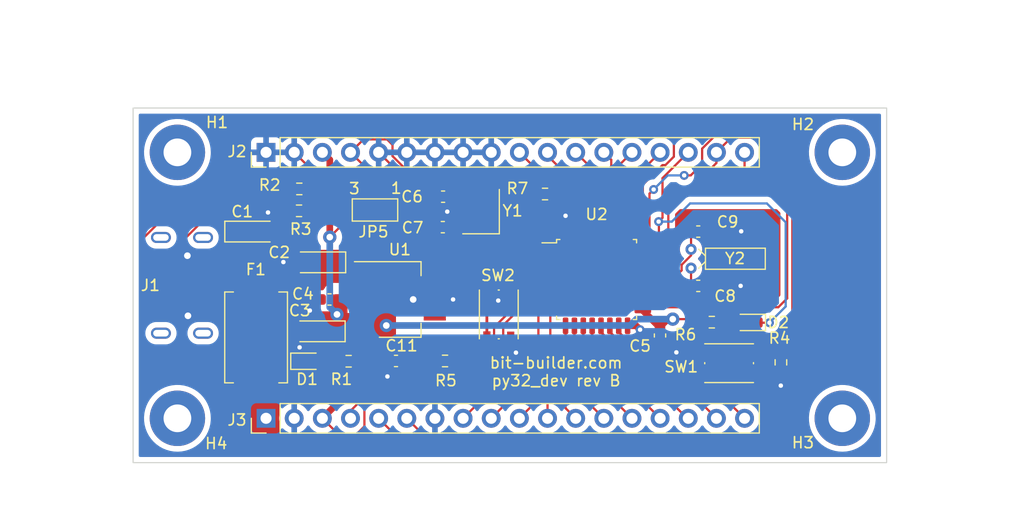
<source format=kicad_pcb>
(kicad_pcb (version 20211014) (generator pcbnew)
  (title_block (title "py32_dev") (rev "B") (company "bit-builder.com"))
  (layers (0 "F.Cu" signal) (31 "B.Cu" signal) (34 "B.Paste" user) (35 "F.Paste" user) (36 "B.SilkS" user "B.Silkscreen") (37 "F.SilkS" user "F.Silkscreen") (38 "B.Mask" user) (39 "F.Mask" user) (44 "Edge.Cuts" user))
  (net 0 "")
  (net 1 "+3.3V")
  (net 2 "GND")
  (net 3 "OSCIN")
  (net 4 "OSCOUT")
  (net 5 "OSC32IN")
  (net 6 "OSC32OUT")
  (net 7 "MCU_RST")
  (net 8 "BOOT0_PRE")
  (net 9 "Net-(D1-Pad2)")
  (net 10 "Net-(J1-PadB5)")
  (net 11 "Net-(J1-PadA5)")
  (net 12 "Net-(D2-Pad2)")
  (net 13 "BOOT0")
  (net 14 "SWDIO")
  (net 15 "SWCLK")
  (net 16 "/VBUS")
  (net 18 "PB7")
  (net 19 "PB6")
  (net 20 "PB5")
  (net 21 "PB4")
  (net 22 "PB3")
  (net 23 "PA15")
  (net 24 "PA8")
  (net 25 "PF3")
  (net 26 "PA0")
  (net 27 "PA1")
  (net 28 "PA2")
  (net 29 "PA3")
  (net 30 "PA4")
  (net 31 "PA5")
  (net 32 "PA6")
  (net 33 "PA7")
  (net 34 "PB0")
  (net 35 "PB1")
  (net 36 "VDD")
  (net 37 "PA12")
  (net 38 "PA11")
  (footprint "Button_Switch_SMD:SW_Push_1P1T_NO_Vertical_Wuerth_434133025816" (layer "F.Cu") (at 175.785 116.025)
    (fp_text reference "SW1" (at -4.325 0.325) (layer "F.SilkS"))
    (fp_text value "Usr")
    (pad "1" smd rect (at 2.075 -1.075) (size 1.05 0.65) (layers "F.Cu" "F.Paste" "F.Mask") (net 38 "PA11"))
    (pad "1" smd rect (at -2.075 -1.075) (size 1.05 0.65) (layers "F.Cu" "F.Paste" "F.Mask") (net 38 "PA11"))
    (pad "2" smd rect (at -2.075 1.075) (size 1.05 0.65) (layers "F.Cu" "F.Paste" "F.Mask") (net 1 "+3.3V"))
    (pad "2" smd rect (at 2.05 1.075) (size 1.05 0.65) (layers "F.Cu" "F.Paste" "F.Mask") (net 1 "+3.3V"))
  )
  (footprint "MountingHole:MountingHole_2.5mm_Pad" (layer "F.Cu") (at 186 97)
    (fp_text reference "H2" (at -3.55 -2.525) (layer "F.SilkS"))
    (fp_text value "MountingHole")
    (pad "1" thru_hole circle (at 0 0) (size 5 5) (drill 2.5) (layers *.Cu *.Mask))
  )
  (footprint "Resistor_SMD:R_0603_1608Metric" (layer "F.Cu") (at 180.46 115.95 90)
    (fp_text reference "R4" (at 2.19 -0.13 180) (layer "F.SilkS"))
    (fp_text value "1.5K")
    (pad "1" smd roundrect (at -0.825 0 90) (size 0.8 0.95) (layers "F.Cu" "F.Paste" "F.Mask") (net 2 "GND"))
    (pad "2" smd roundrect (at 0.825 0 90) (size 0.8 0.95) (layers "F.Cu" "F.Paste" "F.Mask") (net 38 "PA11"))
  )
  (footprint "Resistor_SMD:R_0603_1608Metric" (layer "F.Cu") (at 159.175 100.76)
    (fp_text reference "R7" (at -2.495 -0.5 180) (layer "F.SilkS"))
    (fp_text value "10K")
    (pad "1" smd roundrect (at -0.825 0) (size 0.8 0.95) (layers "F.Cu" "F.Paste" "F.Mask") (net 8 "BOOT0_PRE"))
    (pad "2" smd roundrect (at 0.825 0) (size 0.8 0.95) (layers "F.Cu" "F.Paste" "F.Mask") (net 13 "BOOT0"))
  )
  (footprint "Button_Switch_SMD:SW_Push_1P1T_NO_Vertical_Wuerth_434133025816" (layer "F.Cu") (at 155 111.625 -90)
    (fp_text reference "SW2" (at -3.525 0.075 -180) (layer "F.SilkS"))
    (fp_text value "Reset")
    (pad "1" smd rect (at -2.075 -1.075 270) (size 1.05 0.65) (layers "F.Cu" "F.Paste" "F.Mask") (net 2 "GND"))
    (pad "1" smd rect (at 2.075 -1.075 270) (size 1.05 0.65) (layers "F.Cu" "F.Paste" "F.Mask") (net 2 "GND"))
    (pad "2" smd rect (at -2.075 1.075 270) (size 1.05 0.65) (layers "F.Cu" "F.Paste" "F.Mask") (net 7 "MCU_RST"))
    (pad "2" smd rect (at 2.05 1.075 270) (size 1.05 0.65) (layers "F.Cu" "F.Paste" "F.Mask") (net 7 "MCU_RST"))
  )
  (footprint "Capacitor_SMD:C_0603_1608Metric" (layer "F.Cu") (at 139.725 110.275 180)
    (fp_text reference "C4" (at 2.4 0.5) (layer "F.SilkS"))
    (fp_text value "0.1uf")
    (pad "1" smd roundrect (at -0.775 0 180) (size 0.9 0.95) (layers "F.Cu" "F.Paste" "F.Mask") (net 1 "+3.3V"))
    (pad "2" smd roundrect (at 0.775 0 180) (size 0.9 0.95) (layers "F.Cu" "F.Paste" "F.Mask") (net 2 "GND"))
  )
  (footprint "Capacitor_Tantalum_SMD:CP_EIA-3216-18_Kemet-A_Pad1.58x1.35mm_HandSolder" (layer "F.Cu") (at 138.7 106.925 180)
    (fp_text reference "C2" (at 3.5125 0.9) (layer "F.SilkS"))
    (fp_text value "0.33uf")
    (pad "1" smd roundrect (at -1.4375 0 180) (size 1.575 1.35) (layers "F.Cu" "F.Paste" "F.Mask") (roundrect_rratio 0.185185) (net 36 "VDD"))
    (pad "2" smd roundrect (at 1.4375 0 180) (size 1.575 1.35) (layers "F.Cu" "F.Paste" "F.Mask") (roundrect_rratio 0.185185) (net 2 "GND"))
  )
  (footprint "Connector_PinHeader_2.54mm:PinHeader_1x18_P2.54mm_Vertical" (layer "F.Cu") (at 134 97 90)
    (fp_text reference "J2" (at 0.075 -2.625 180) (layer "F.SilkS"))
    (fp_text value "Conn_01x18")
    (pad "1" thru_hole rect (at 0 0 90) (size 1.7 1.7) (drill 1) (layers *.Cu *.Mask) (net 2 "GND"))
    (pad "2" thru_hole oval (at 0 2.54 90) (size 1.7 1.7) (drill 1) (layers *.Cu *.Mask) (net 2 "GND"))
    (pad "3" thru_hole oval (at 0 5.08 90) (size 1.7 1.7) (drill 1) (layers *.Cu *.Mask) (net 1 "+3.3V"))
    (pad "4" thru_hole oval (at 0 7.62 90) (size 1.7 1.7) (drill 1) (layers *.Cu *.Mask) (net 8 "BOOT0_PRE"))
    (pad "5" thru_hole oval (at 0 10.16 90) (size 1.7 1.7) (drill 1) (layers *.Cu *.Mask) (net 2 "GND"))
    (pad "6" thru_hole oval (at 0 12.7 90) (size 1.7 1.7) (drill 1) (layers *.Cu *.Mask) (net 2 "GND"))
    (pad "7" thru_hole oval (at 0 15.24 90) (size 1.7 1.7) (drill 1) (layers *.Cu *.Mask) (net 2 "GND"))
    (pad "8" thru_hole oval (at 0 17.78 90) (size 1.7 1.7) (drill 1) (layers *.Cu *.Mask) (net 2 "GND"))
    (pad "9" thru_hole oval (at 0 20.32 90) (size 1.7 1.7) (drill 1) (layers *.Cu *.Mask) (net 2 "GND"))
    (pad "10" thru_hole oval (at 0 22.86 90) (size 1.7 1.7) (drill 1) (layers *.Cu *.Mask) (net 18 "PB7"))
    (pad "11" thru_hole oval (at 0 25.4 90) (size 1.7 1.7) (drill 1) (layers *.Cu *.Mask) (net 19 "PB6"))
    (pad "12" thru_hole oval (at 0 27.94 90) (size 1.7 1.7) (drill 1) (layers *.Cu *.Mask) (net 20 "PB5"))
    (pad "13" thru_hole oval (at 0 30.48 90) (size 1.7 1.7) (drill 1) (layers *.Cu *.Mask) (net 21 "PB4"))
    (pad "14" thru_hole oval (at 0 33.02 90) (size 1.7 1.7) (drill 1) (layers *.Cu *.Mask) (net 22 "PB3"))
    (pad "15" thru_hole oval (at 0 35.56 90) (size 1.7 1.7) (drill 1) (layers *.Cu *.Mask) (net 23 "PA15"))
    (pad "16" thru_hole oval (at 0 38.1 90) (size 1.7 1.7) (drill 1) (layers *.Cu *.Mask) (net 37 "PA12"))
    (pad "17" thru_hole oval (at 0 40.64 90) (size 1.7 1.7) (drill 1) (layers *.Cu *.Mask) (net 38 "PA11"))
    (pad "18" thru_hole oval (at 0 43.18 90) (size 1.7 1.7) (drill 1) (layers *.Cu *.Mask) (net 24 "PA8"))
  )
  (footprint "Crystal:Crystal_SMD_TXC_7M-4Pin_3.2x2.5mm" (layer "F.Cu") (at 153.4 102.35 90)
    (fp_text reference "Y1" (at 0.075 2.85 180) (layer "F.SilkS"))
    (fp_text value "24MHz")
    (pad "1" smd rect (at -1.1 0.85 90) (size 1.4 1.2) (layers "F.Cu" "F.Paste" "F.Mask") (net 4 "OSCOUT"))
    (pad "2" smd rect (at 1.1 0.85 90) (size 1.4 1.2) (layers "F.Cu" "F.Paste" "F.Mask") (net 2 "GND"))
    (pad "3" smd rect (at 1.1 -0.85 90) (size 1.4 1.2) (layers "F.Cu" "F.Paste" "F.Mask") (net 3 "OSCIN"))
    (pad "4" smd rect (at -1.1 -0.85 90) (size 1.4 1.2) (layers "F.Cu" "F.Paste" "F.Mask") (net 2 "GND"))
  )
  (footprint "Capacitor_Tantalum_SMD:CP_EIA-3216-18_Kemet-A_Pad1.58x1.35mm_HandSolder" (layer "F.Cu") (at 132.7625 104.15)
    (fp_text reference "C1" (at -0.9125 -1.8) (layer "F.SilkS"))
    (fp_text value "0.1uf")
    (pad "1" smd roundrect (at -1.4375 0) (size 1.575 1.35) (layers "F.Cu" "F.Paste" "F.Mask") (roundrect_rratio 0.185185) (net 16 "/VBUS"))
    (pad "2" smd roundrect (at 1.4375 0) (size 1.575 1.35) (layers "F.Cu" "F.Paste" "F.Mask") (roundrect_rratio 0.185185) (net 2 "GND"))
  )
  (footprint "Fuse:Fuse_Bourns_MF-SM_7.98x5.44mm" (layer "F.Cu") (at 133.1 113.7 -90)
    (fp_text reference "F1" (at -6.125 0.025 180) (layer "F.SilkS"))
    (fp_text value "Polyfuse")
    (pad "1" smd rect (at -3.7 0 270) (size 2.3 3.1) (layers "F.Cu" "F.Paste" "F.Mask") (net 16 "/VBUS"))
    (pad "2" smd rect (at 3.7 0 270) (size 2.3 3.1) (layers "F.Cu" "F.Paste" "F.Mask") (net 36 "VDD"))
  )
  (footprint "Resistor_SMD:R_0603_1608Metric" (layer "F.Cu") (at 141.45 115.85 180)
    (fp_text reference "R1" (at 0.65 -1.625) (layer "F.SilkS"))
    (fp_text value "470")
    (pad "1" smd roundrect (at -0.825 0 180) (size 0.8 0.95) (layers "F.Cu" "F.Paste" "F.Mask") (net 1 "+3.3V"))
    (pad "2" smd roundrect (at 0.825 0 180) (size 0.8 0.95) (layers "F.Cu" "F.Paste" "F.Mask") (net 9 "Net-(D1-Pad2)"))
  )
  (footprint "Jumper:SolderJumper-3_P1.3mm_Open_Pad1.0x1.5mm_NumberLabels" (layer "F.Cu") (at 143.83 102.2 180)
    (fp_text reference "JP5" (at 0.14 -1.97 180) (layer "F.SilkS"))
    (fp_text value "Boot")
    (fp_text user "3" (at 1.86 1.93 180) (layer "F.SilkS"))
    (fp_text user "1" (at -1.92 1.97 180) (layer "F.SilkS"))
    (pad "1" smd rect (at -1.3 0 180) (size 1 1.5) (layers "F.Cu" "F.Mask") (net 2 "GND"))
    (pad "2" smd rect (at 0 0 180) (size 1 1.5) (layers "F.Cu" "F.Mask") (net 8 "BOOT0_PRE"))
    (pad "3" smd rect (at 1.3 0 180) (size 1 1.5) (layers "F.Cu" "F.Mask") (net 1 "+3.3V"))
  )
  (footprint "Capacitor_SMD:C_0603_1608Metric" (layer "F.Cu") (at 145.725 115.825 180)
    (fp_text reference "C11" (at -0.5 1.375) (layer "F.SilkS"))
    (fp_text value "0.1uf")
    (pad "1" smd roundrect (at -0.775 0 180) (size 0.9 0.95) (layers "F.Cu" "F.Paste" "F.Mask") (net 7 "MCU_RST"))
    (pad "2" smd roundrect (at 0.775 0 180) (size 0.9 0.95) (layers "F.Cu" "F.Paste" "F.Mask") (net 2 "GND"))
  )
  (footprint "Crystal:Crystal_DS15_D1.5mm_L5.0mm_Horizontal" (layer "F.Cu") (at 172.35 107.45 90)
    (fp_text reference "Y2" (at 0.875 3.975) (layer "F.SilkS"))
    (fp_text value "32.768KHz")
    (pad "1" thru_hole circle (at 0 0 90) (size 1 1) (drill 0.5) (layers *.Cu *.Mask) (net 6 "OSC32OUT"))
    (pad "2" thru_hole circle (at 1.7 0 90) (size 1 1) (drill 0.5) (layers *.Cu *.Mask) (net 5 "OSC32IN"))
  )
  (footprint "Package_QFP:LQFP-32_7x7mm_P0.8mm" (layer "F.Cu") (at 163.825 108.475)
    (fp_text reference "U2" (at 0 -5.88) (layer "F.SilkS"))
    (fp_text value "PY32F030K1xT")
    (pad "1" smd roundrect (at -4.175 -2.8) (size 1.5 0.5) (layers "F.Cu" "F.Paste" "F.Mask"))
    (pad "2" smd roundrect (at -4.175 -2) (size 1.5 0.5) (layers "F.Cu" "F.Paste" "F.Mask") (net 3 "OSCIN"))
    (pad "3" smd roundrect (at -4.175 -1.2) (size 1.5 0.5) (layers "F.Cu" "F.Paste" "F.Mask") (net 4 "OSCOUT"))
    (pad "4" smd roundrect (at -4.175 -0.4) (size 1.5 0.5) (layers "F.Cu" "F.Paste" "F.Mask") (net 7 "MCU_RST"))
    (pad "5" smd roundrect (at -4.175 0.4) (size 1.5 0.5) (layers "F.Cu" "F.Paste" "F.Mask") (net 25 "PF3"))
    (pad "6" smd roundrect (at -4.175 1.2) (size 1.5 0.5) (layers "F.Cu" "F.Paste" "F.Mask") (net 26 "PA0"))
    (pad "7" smd roundrect (at -4.175 2) (size 1.5 0.5) (layers "F.Cu" "F.Paste" "F.Mask") (net 27 "PA1"))
    (pad "8" smd roundrect (at -4.175 2.8) (size 1.5 0.5) (layers "F.Cu" "F.Paste" "F.Mask") (net 28 "PA2"))
    (pad "9" smd roundrect (at -2.8 4.175) (size 0.5 1.5) (layers "F.Cu" "F.Paste" "F.Mask") (net 29 "PA3"))
    (pad "10" smd roundrect (at -2 4.175) (size 0.5 1.5) (layers "F.Cu" "F.Paste" "F.Mask") (net 30 "PA4"))
    (pad "11" smd roundrect (at -1.2 4.175) (size 0.5 1.5) (layers "F.Cu" "F.Paste" "F.Mask") (net 31 "PA5"))
    (pad "12" smd roundrect (at -0.4 4.175) (size 0.5 1.5) (layers "F.Cu" "F.Paste" "F.Mask") (net 32 "PA6"))
    (pad "13" smd roundrect (at 0.4 4.175) (size 0.5 1.5) (layers "F.Cu" "F.Paste" "F.Mask") (net 33 "PA7"))
    (pad "14" smd roundrect (at 1.2 4.175) (size 0.5 1.5) (layers "F.Cu" "F.Paste" "F.Mask") (net 34 "PB0"))
    (pad "15" smd roundrect (at 2 4.175) (size 0.5 1.5) (layers "F.Cu" "F.Paste" "F.Mask") (net 35 "PB1"))
    (pad "16" smd roundrect (at 2.8 4.175) (size 0.5 1.5) (layers "F.Cu" "F.Paste" "F.Mask") (net 2 "GND"))
    (pad "17" smd roundrect (at 4.175 2.8) (size 1.5 0.5) (layers "F.Cu" "F.Paste" "F.Mask") (net 1 "+3.3V"))
    (pad "18" smd roundrect (at 4.175 2) (size 1.5 0.5) (layers "F.Cu" "F.Paste" "F.Mask") (net 24 "PA8"))
    (pad "19" smd roundrect (at 4.175 1.2) (size 1.5 0.5) (layers "F.Cu" "F.Paste" "F.Mask") (net 6 "OSC32OUT"))
    (pad "20" smd roundrect (at 4.175 0.4) (size 1.5 0.5) (layers "F.Cu" "F.Paste" "F.Mask") (net 5 "OSC32IN"))
    (pad "21" smd roundrect (at 4.175 -0.4) (size 1.5 0.5) (layers "F.Cu" "F.Paste" "F.Mask") (net 38 "PA11"))
    (pad "22" smd roundrect (at 4.175 -1.2) (size 1.5 0.5) (layers "F.Cu" "F.Paste" "F.Mask") (net 37 "PA12"))
    (pad "23" smd roundrect (at 4.175 -2) (size 1.5 0.5) (layers "F.Cu" "F.Paste" "F.Mask") (net 14 "SWDIO"))
    (pad "24" smd roundrect (at 4.175 -2.8) (size 1.5 0.5) (layers "F.Cu" "F.Paste" "F.Mask") (net 15 "SWCLK"))
    (pad "25" smd roundrect (at 2.8 -4.175) (size 0.5 1.5) (layers "F.Cu" "F.Paste" "F.Mask") (net 23 "PA15"))
    (pad "26" smd roundrect (at 2 -4.175) (size 0.5 1.5) (layers "F.Cu" "F.Paste" "F.Mask") (net 22 "PB3"))
    (pad "27" smd roundrect (at 1.2 -4.175) (size 0.5 1.5) (layers "F.Cu" "F.Paste" "F.Mask") (net 21 "PB4"))
    (pad "28" smd roundrect (at 0.4 -4.175) (size 0.5 1.5) (layers "F.Cu" "F.Paste" "F.Mask") (net 20 "PB5"))
    (pad "29" smd roundrect (at -0.4 -4.175) (size 0.5 1.5) (layers "F.Cu" "F.Paste" "F.Mask") (net 19 "PB6"))
    (pad "30" smd roundrect (at -1.2 -4.175) (size 0.5 1.5) (layers "F.Cu" "F.Paste" "F.Mask") (net 18 "PB7"))
    (pad "31" smd roundrect (at -2 -4.175) (size 0.5 1.5) (layers "F.Cu" "F.Paste" "F.Mask") (net 13 "BOOT0"))
    (pad "32" smd roundrect (at -2.8 -4.175) (size 0.5 1.5) (layers "F.Cu" "F.Paste" "F.Mask") (net 2 "GND"))
  )
  (footprint "Capacitor_Tantalum_SMD:CP_EIA-3216-18_Kemet-A_Pad1.58x1.35mm_HandSolder" (layer "F.Cu") (at 138.65 113.15 180)
    (fp_text reference "C3" (at 1.61 1.87) (layer "F.SilkS"))
    (fp_text value "10uf")
    (pad "1" smd roundrect (at -1.4375 0 180) (size 1.575 1.35) (layers "F.Cu" "F.Paste" "F.Mask") (roundrect_rratio 0.185185) (net 1 "+3.3V"))
    (pad "2" smd roundrect (at 1.4375 0 180) (size 1.575 1.35) (layers "F.Cu" "F.Paste" "F.Mask") (roundrect_rratio 0.185185) (net 2 "GND"))
  )
  (footprint "Diode_SMD:D_0603_1608Metric" (layer "F.Cu") (at 177.5875 112.35 180)
    (fp_text reference "D2" (at -2.6375 0) (layer "F.SilkS"))
    (fp_text value "GREEN")
    (pad "1" smd roundrect (at -0.7875 0 180) (size 0.875 0.95) (layers "F.Cu" "F.Paste" "F.Mask") (net 37 "PA12"))
    (pad "2" smd roundrect (at 0.7875 0 180) (size 0.875 0.95) (layers "F.Cu" "F.Paste" "F.Mask") (net 12 "Net-(D2-Pad2)"))
  )
  (footprint "Custom:SHOUHAN TYPE-C 6P" (layer "F.Cu") (at 128.475 109 180)
    (fp_text reference "J1" (at 4.915 0 unlocked) (layer "F.SilkS"))
    (fp_text value "Board Pwr")
    (pad "A5" smd rect (at 0.11 0.5 180) (size 1 0.7) (layers "F.Cu" "F.Paste" "F.Mask") (net 11 "Net-(J1-PadA5)"))
    (pad "A9" smd rect (at 0.11 -1.5 180) (size 1 0.7) (layers "F.Cu" "F.Paste" "F.Mask") (net 16 "/VBUS"))
    (pad "A12" smd rect (at 0.11 -2.7 180) (size 1 0.8) (layers "F.Cu" "F.Paste" "F.Mask") (net 2 "GND"))
    (pad "B5" smd rect (at 0.11 -0.5 180) (size 1 0.7) (layers "F.Cu" "F.Paste" "F.Mask") (net 10 "Net-(J1-PadB5)"))
    (pad "B9" smd rect (at 0.11 1.5 180) (size 1 0.7) (layers "F.Cu" "F.Paste" "F.Mask") (net 16 "/VBUS"))
    (pad "B12" smd rect (at 0.11 2.7 180) (size 1 0.8) (layers "F.Cu" "F.Paste" "F.Mask") (net 2 "GND"))
    (pad "S1" thru_hole oval (at 0.16 4.32 180) (size 1.8 1) (drill oval 1.4 0.6) (layers *.Cu *.Mask))
    (pad "S1" thru_hole oval (at 3.96 4.32 180) (size 1.8 1) (drill oval 1.4 0.6) (layers *.Cu *.Mask))
    (pad "S1" thru_hole oval (at 0.16 -4.32 180) (size 1.8 1) (drill oval 1.4 0.6) (layers *.Cu *.Mask))
    (pad "S1" thru_hole oval (at 3.96 -4.32 180) (size 1.8 1) (drill oval 1.4 0.6) (layers *.Cu *.Mask))
  )
  (footprint "MountingHole:MountingHole_2.5mm_Pad" (layer "F.Cu") (at 186 121)
    (fp_text reference "H3" (at -3.55 2.2) (layer "F.SilkS"))
    (fp_text value "MountingHole")
    (pad "1" thru_hole circle (at 0 0) (size 5 5) (drill 2.5) (layers *.Cu *.Mask))
  )
  (footprint "Capacitor_SMD:C_0603_1608Metric" (layer "F.Cu") (at 173 104.15 180)
    (fp_text reference "C9" (at -2.65 0.875) (layer "F.SilkS"))
    (fp_text value "12.5pf")
    (pad "1" smd roundrect (at -0.775 0 180) (size 0.9 0.95) (layers "F.Cu" "F.Paste" "F.Mask") (net 2 "GND"))
    (pad "2" smd roundrect (at 0.775 0 180) (size 0.9 0.95) (layers "F.Cu" "F.Paste" "F.Mask") (net 5 "OSC32IN"))
  )
  (footprint "Resistor_SMD:R_0603_1608Metric" (layer "F.Cu") (at 174.225 112.325)
    (fp_text reference "R6" (at -2.375 1.125) (layer "F.SilkS"))
    (fp_text value "680")
    (pad "1" smd roundrect (at -0.825 0) (size 0.8 0.95) (layers "F.Cu" "F.Paste" "F.Mask") (net 1 "+3.3V"))
    (pad "2" smd roundrect (at 0.825 0) (size 0.8 0.95) (layers "F.Cu" "F.Paste" "F.Mask") (net 12 "Net-(D2-Pad2)"))
  )
  (footprint "Resistor_SMD:R_0603_1608Metric" (layer "F.Cu") (at 150.15 115.825 180)
    (fp_text reference "R5" (at -0.075 -1.775) (layer "F.SilkS"))
    (fp_text value "10K")
    (pad "1" smd roundrect (at -0.825 0 180) (size 0.8 0.95) (layers "F.Cu" "F.Paste" "F.Mask") (net 1 "+3.3V"))
    (pad "2" smd roundrect (at 0.825 0 180) (size 0.8 0.95) (layers "F.Cu" "F.Paste" "F.Mask") (net 7 "MCU_RST"))
  )
  (footprint "Capacitor_SMD:C_0603_1608Metric" (layer "F.Cu") (at 149.975 101 180)
    (fp_text reference "C6" (at 2.8 0) (layer "F.SilkS"))
    (fp_text value "22pf")
    (pad "1" smd roundrect (at -0.775 0 180) (size 0.9 0.95) (layers "F.Cu" "F.Paste" "F.Mask") (net 3 "OSCIN"))
    (pad "2" smd roundrect (at 0.775 0 180) (size 0.9 0.95) (layers "F.Cu" "F.Paste" "F.Mask") (net 2 "GND"))
  )
  (footprint "Connector_PinHeader_2.54mm:PinHeader_1x18_P2.54mm_Vertical" (layer "F.Cu") (at 134 121 90)
    (fp_text reference "J3" (at -0.15 -2.625 180) (layer "F.SilkS"))
    (fp_text value "Conn_01x18")
    (pad "1" thru_hole rect (at 0 0 90) (size 1.7 1.7) (drill 1) (layers *.Cu *.Mask) (net 36 "VDD"))
    (pad "2" thru_hole oval (at 0 2.54 90) (size 1.7 1.7) (drill 1) (layers *.Cu *.Mask) (net 2 "GND"))
    (pad "3" thru_hole oval (at 0 5.08 90) (size 1.7 1.7) (drill 1) (layers *.Cu *.Mask) (net 1 "+3.3V"))
    (pad "4" thru_hole oval (at 0 7.62 90) (size 1.7 1.7) (drill 1) (layers *.Cu *.Mask) (net 7 "MCU_RST"))
    (pad "5" thru_hole oval (at 0 10.16 90) (size 1.7 1.7) (drill 1) (layers *.Cu *.Mask) (net 15 "SWCLK"))
    (pad "6" thru_hole oval (at 0 12.7 90) (size 1.7 1.7) (drill 1) (layers *.Cu *.Mask) (net 14 "SWDIO"))
    (pad "7" thru_hole oval (at 0 15.24 90) (size 1.7 1.7) (drill 1) (layers *.Cu *.Mask) (net 2 "GND"))
    (pad "8" thru_hole oval (at 0 17.78 90) (size 1.7 1.7) (drill 1) (layers *.Cu *.Mask) (net 25 "PF3"))
    (pad "9" thru_hole oval (at 0 20.32 90) (size 1.7 1.7) (drill 1) (layers *.Cu *.Mask) (net 26 "PA0"))
    (pad "10" thru_hole oval (at 0 22.86 90) (size 1.7 1.7) (drill 1) (layers *.Cu *.Mask) (net 27 "PA1"))
    (pad "11" thru_hole oval (at 0 25.4 90) (size 1.7 1.7) (drill 1) (layers *.Cu *.Mask) (net 28 "PA2"))
    (pad "12" thru_hole oval (at 0 27.94 90) (size 1.7 1.7) (drill 1) (layers *.Cu *.Mask) (net 29 "PA3"))
    (pad "13" thru_hole oval (at 0 30.48 90) (size 1.7 1.7) (drill 1) (layers *.Cu *.Mask) (net 30 "PA4"))
    (pad "14" thru_hole oval (at 0 33.02 90) (size 1.7 1.7) (drill 1) (layers *.Cu *.Mask) (net 31 "PA5"))
    (pad "15" thru_hole oval (at 0 35.56 90) (size 1.7 1.7) (drill 1) (layers *.Cu *.Mask) (net 32 "PA6"))
    (pad "16" thru_hole oval (at 0 38.1 90) (size 1.7 1.7) (drill 1) (layers *.Cu *.Mask) (net 33 "PA7"))
    (pad "17" thru_hole oval (at 0 40.64 90) (size 1.7 1.7) (drill 1) (layers *.Cu *.Mask) (net 34 "PB0"))
    (pad "18" thru_hole oval (at 0 43.18 90) (size 1.7 1.7) (drill 1) (layers *.Cu *.Mask) (net 35 "PB1"))
  )
  (footprint "Resistor_SMD:R_0603_1608Metric" (layer "F.Cu") (at 136.975 102.275)
    (fp_text reference "R3" (at 0.15 1.65) (layer "F.SilkS"))
    (fp_text value "5.1K")
    (pad "1" smd roundrect (at -0.825 0) (size 0.8 0.95) (layers "F.Cu" "F.Paste" "F.Mask") (net 11 "Net-(J1-PadA5)"))
    (pad "2" smd roundrect (at 0.825 0) (size 0.8 0.95) (layers "F.Cu" "F.Paste" "F.Mask") (net 2 "GND"))
  )
  (footprint "Package_TO_SOT_SMD:SOT-223-3_TabPin2" (layer "F.Cu") (at 146.075 110.275)
    (fp_text reference "U1" (at 0 -4.5) (layer "F.SilkS"))
    (fp_text value "uA7805")
    (pad "1" smd rect (at -3.15 -2.3) (size 2 1.5) (layers "F.Cu" "F.Paste" "F.Mask") (net 36 "VDD"))
    (pad "2" smd rect (at 3.15 0) (size 2 3.8) (layers "F.Cu" "F.Paste" "F.Mask") (net 2 "GND"))
    (pad "2" smd rect (at -3.15 0) (size 2 1.5) (layers "F.Cu" "F.Paste" "F.Mask") (net 2 "GND"))
    (pad "3" smd rect (at -3.15 2.3) (size 2 1.5) (layers "F.Cu" "F.Paste" "F.Mask") (net 1 "+3.3V"))
  )
  (footprint "MountingHole:MountingHole_2.5mm_Pad" (layer "F.Cu") (at 126 97)
    (fp_text reference "H1" (at 3.575 -2.7) (layer "F.SilkS"))
    (fp_text value "MountingHole")
    (pad "1" thru_hole circle (at 0 0) (size 5 5) (drill 2.5) (layers *.Cu *.Mask))
  )
  (footprint "Capacitor_SMD:C_0603_1608Metric" (layer "F.Cu") (at 149.95 103.75)
    (fp_text reference "C7" (at -2.725 0.05) (layer "F.SilkS"))
    (fp_text value "22pf")
    (pad "1" smd roundrect (at -0.775 0) (size 0.9 0.95) (layers "F.Cu" "F.Paste" "F.Mask") (net 2 "GND"))
    (pad "2" smd roundrect (at 0.775 0) (size 0.9 0.95) (layers "F.Cu" "F.Paste" "F.Mask") (net 4 "OSCOUT"))
  )
  (footprint "Capacitor_SMD:C_0603_1608Metric" (layer "F.Cu") (at 169.55 113.525 -90)
    (fp_text reference "C5" (at 0.95 1.8) (layer "F.SilkS"))
    (fp_text value "0.1uf")
    (pad "1" smd roundrect (at -0.775 0 270) (size 0.9 0.95) (layers "F.Cu" "F.Paste" "F.Mask") (net 1 "+3.3V"))
    (pad "2" smd roundrect (at 0.775 0 270) (size 0.9 0.95) (layers "F.Cu" "F.Paste" "F.Mask") (net 2 "GND"))
  )
  (footprint "Diode_SMD:D_0603_1608Metric" (layer "F.Cu") (at 137.7125 115.85)
    (fp_text reference "D1" (at -0.0125 1.625) (layer "F.SilkS"))
    (fp_text value "RED")
    (pad "1" smd roundrect (at -0.7875 0) (size 0.875 0.95) (layers "F.Cu" "F.Paste" "F.Mask") (net 2 "GND"))
    (pad "2" smd roundrect (at 0.7875 0) (size 0.875 0.95) (layers "F.Cu" "F.Paste" "F.Mask") (net 9 "Net-(D1-Pad2)"))
  )
  (footprint "Resistor_SMD:R_0603_1608Metric" (layer "F.Cu") (at 137 100.3)
    (fp_text reference "R2" (at -2.675 -0.35) (layer "F.SilkS"))
    (fp_text value "5.1K")
    (pad "1" smd roundrect (at -0.825 0) (size 0.8 0.95) (layers "F.Cu" "F.Paste" "F.Mask") (net 10 "Net-(J1-PadB5)"))
    (pad "2" smd roundrect (at 0.825 0) (size 0.8 0.95) (layers "F.Cu" "F.Paste" "F.Mask") (net 2 "GND"))
  )
  (footprint "MountingHole:MountingHole_2.5mm_Pad" (layer "F.Cu") (at 126 121)
    (fp_text reference "H4" (at 3.5 2.275) (layer "F.SilkS"))
    (fp_text value "MountingHole")
    (pad "1" thru_hole circle (at 0 0) (size 5 5) (drill 2.5) (layers *.Cu *.Mask))
  )
  (footprint "Capacitor_SMD:C_0603_1608Metric" (layer "F.Cu") (at 173 109.05)
    (fp_text reference "C8" (at 2.425 0.925) (layer "F.SilkS"))
    (fp_text value "12.5pf")
    (pad "1" smd roundrect (at -0.775 0) (size 0.9 0.95) (layers "F.Cu" "F.Paste" "F.Mask") (net 6 "OSC32OUT"))
    (pad "2" smd roundrect (at 0.775 0) (size 0.9 0.95) (layers "F.Cu" "F.Paste" "F.Mask") (net 2 "GND"))
  )
  (gr_rect (start 122 93) (end 190 125) (layer "Edge.Cuts") (width 0.1) (fill none))
  (gr_text "bit-builder.com\npy32_dev rev B" (at 160.175 116.8) (layer "F.SilkS") (effects (font (size 1 1))))
  (segment (start 173.71 116.33) (end 173.64 116.33) (width 0.2) (layer "F.Cu") (net 1))
  (segment (start 148.825 118.825) (end 150.975 116.675) (width 0.2) (layer "F.Cu") (net 1))
  (segment (start 139.75 104.65) (end 142.2 102.2) (width 0.2) (layer "F.Cu") (net 1))
  (segment (start 144.2 118.825) (end 148.825 118.825) (width 0.2) (layer "F.Cu") (net 1))
  (segment (start 142.875 121.725) (end 142.875 120.15) (width 0.2) (layer "F.Cu") (net 1))
  (segment (start 173.64 116.33) (end 172.33 115.02) (width 0.2) (layer "F.Cu") (net 1))
  (segment (start 169.475 112.75) (end 168 111.275) (width 0.6) (layer "F.Cu") (net 1))
  (segment (start 169.55 112.75) (end 169.475 112.75) (width 0.6) (layer "F.Cu") (net 1))
  (segment (start 142.875 120.15) (end 144.2 118.825) (width 0.2) (layer "F.Cu") (net 1))
  (segment (start 142.275 115.85) (end 142.275 117.805) (width 0.6) (layer "F.Cu") (net 1))
  (segment (start 142.275 117.805) (end 139.08 121) (width 0.6) (layer "F.Cu") (net 1))
  (segment (start 173.71 117.1) (end 173.71 116.33) (width 0.2) (layer "F.Cu") (net 1))
  (segment (start 142.15 122.45) (end 142.875 121.725) (width 0.2) (layer "F.Cu") (net 1))
  (segment (start 170.2505 112.0495) (end 169.55 112.75) (width 0.6) (layer "F.Cu") (net 1))
  (segment (start 150.975 116.675) (end 150.975 115.825) (width 0.2) (layer "F.Cu") (net 1))
  (segment (start 170.7 112.0495) (end 173.1245 112.0495) (width 0.2) (layer "F.Cu") (net 1))
  (segment (start 172.33 115.02) (end 172.33 113.395) (width 0.2) (layer "F.Cu") (net 1))
  (segment (start 142.2 102.2) (end 142.53 102.2) (width 0.2) (layer "F.Cu") (net 1))
  (segment (start 140.0875 113.15) (end 140.0875 113.1125) (width 0.6) (layer "F.Cu") (net 1))
  (segment (start 172.33 113.395) (end 173.4 112.325) (width 0.2) (layer "F.Cu") (net 1))
  (segment (start 170.7 112.0495) (end 170.2505 112.0495) (width 0.6) (layer "F.Cu") (net 1))
  (segment (start 140.53 122.45) (end 142.15 122.45) (width 0.2) (layer "F.Cu") (net 1))
  (segment (start 139.75 97.67) (end 139.08 97) (width 0.6) (layer "F.Cu") (net 1))
  (segment (start 139.08 121) (end 140.53 122.45) (width 0.2) (layer "F.Cu") (net 1))
  (segment (start 173.71 117.1) (end 177.835 117.1) (width 0.2) (layer "F.Cu") (net 1))
  (segment (start 173.1245 112.0495) (end 173.4 112.325) (width 0.2) (layer "F.Cu") (net 1))
  (segment (start 139.75 104.65) (end 139.75 97.67) (width 0.6) (layer "F.Cu") (net 1))
  (via (at 144.85 112.625) (size 1.2) (drill 0.6) (layers "F.Cu" "B.Cu") (net 1))
  (via (at 170.7 112.0495) (size 1.2) (drill 0.6) (layers "F.Cu" "B.Cu") (net 1))
  (via (at 140.4 111.625) (size 1.2) (drill 0.6) (layers "F.Cu" "B.Cu") (net 1))
  (via (at 139.75 104.65) (size 1.2) (drill 0.6) (layers "F.Cu" "B.Cu") (net 1))
  (segment (start 166.852207 112.625) (end 167.427707 112.0495) (width 0.6) (layer "B.Cu") (net 1))
  (segment (start 167.427707 112.0495) (end 170.7 112.0495) (width 0.6) (layer "B.Cu") (net 1))
  (segment (start 144.85 112.625) (end 166.852207 112.625) (width 0.6) (layer "B.Cu") (net 1))
  (segment (start 139.75 104.65) (end 139.75 110.975) (width 0.6) (layer "B.Cu") (net 1))
  (segment (start 139.75 110.975) (end 140.4 111.625) (width 0.6) (layer "B.Cu") (net 1))
  (segment (start 144.95 115.825) (end 144.95 117.225) (width 0.2) (layer "F.Cu") (net 2))
  (segment (start 173.775 104.15) (end 176.85 104.15) (width 0.2) (layer "F.Cu") (net 2))
  (segment (start 180.46 116.775) (end 180.46 118.04) (width 0.2) (layer "F.Cu") (net 2))
  (segment (start 166.625 112.65) (end 167.4 112.65) (width 0.6) (layer "F.Cu") (net 2))
  (segment (start 171.025 115.05) (end 170.3 115.05) (width 0.6) (layer "F.Cu") (net 2))
  (segment (start 156.075 113.7) (end 156.075 114.6) (width 0.25) (layer "F.Cu") (net 2))
  (segment (start 135.5875 106.925) (end 135.5625 106.9) (width 0.6) (layer "F.Cu") (net 2))
  (segment (start 134.2 102.45) (end 134.2 104.15) (width 0.6) (layer "F.Cu") (net 2))
  (segment (start 136.925 115.85) (end 136.925 114.7) (width 0.6) (layer "F.Cu") (net 2))
  (segment (start 137.2125 113.15) (end 137.2125 112.0125) (width 0.6) (layer "F.Cu") (net 2))
  (segment (start 128 106.325) (end 126.9 106.325) (width 0.6) (layer "F.Cu") (net 2))
  (segment (start 137.95 111.275) (end 138.95 110.275) (width 0.6) (layer "F.Cu") (net 2))
  (segment (start 136.54 97) (end 137.825 98.285) (width 0.2) (layer "F.Cu") (net 2))
  (segment (start 137.2625 106.925) (end 135.5875 106.925) (width 0.6) (layer "F.Cu") (net 2))
  (segment (start 137.2125 114.4125) (end 137.025 114.6) (width 0.6) (layer "F.Cu") (net 2))
  (segment (start 127.975 111.75) (end 126.95 111.75) (width 0.6) (layer "F.Cu") (net 2))
  (segment (start 149.225 110.275) (end 150.875 110.275) (width 0.6) (layer "F.Cu") (net 2))
  (segment (start 155.25 110.375) (end 156.075 109.55) (width 0.25) (layer "F.Cu") (net 2))
  (segment (start 142.925 110.275) (end 147.275 110.275) (width 0.6) (layer "F.Cu") (net 2))
  (segment (start 137.825 98.285) (end 137.825 100.3) (width 0.2) (layer "F.Cu") (net 2))
  (segment (start 151.45 102.35) (end 152.55 103.45) (width 0.2) (layer "F.Cu") (net 2))
  (segment (start 137.8 100.325) (end 137.825 100.3) (width 0.2) (layer "F.Cu") (net 2))
  (segment (start 180.46 118.04) (end 180.45 118.05) (width 0.2) (layer "F.Cu") (net 2))
  (segment (start 176.85 104.15) (end 176.875 104.125) (width 0.2) (layer "F.Cu") (net 2))
  (segment (start 136.925 114.7) (end 137.025 114.6) (width 0.6) (layer "F.Cu") (net 2))
  (segment (start 161.025 104.3) (end 161.025 102.725) (width 0.2) (layer "F.Cu") (net 2))
  (segment (start 145.13 102.2) (end 145.13 97.97) (width 0.2) (layer "F.Cu") (net 2))
  (segment (start 154.95 110.375) (end 155.25 110.375) (width 0.25) (layer "F.Cu") (net 2))
  (segment (start 145.13 97.97) (end 144.16 97) (width 0.2) (layer "F.Cu") (net 2))
  (segment (start 156.075 114.6) (end 156.55 115.075) (width 0.25) (layer "F.Cu") (net 2))
  (segment (start 147.275 110.275) (end 149.225 110.275) (width 0.6) (layer "F.Cu") (net 2))
  (segment (start 150.35 102.35) (end 151.45 102.35) (width 0.2) (layer "F.Cu") (net 2))
  (segment (start 134.175 102.425) (end 134.2 102.45) (width 0.6) (layer "F.Cu") (net 2))
  (segment (start 173.775 109.05) (end 176.825 109.05) (width 0.2) (layer "F.Cu") (net 2))
  (segment (start 137.8 102.275) (end 137.8 100.325) (width 0.2) (layer "F.Cu") (net 2))
  (segment (start 137.2125 113.15) (end 137.2125 114.4125) (width 0.6) (layer "F.Cu") (net 2))
  (segment (start 170.3 115.05) (end 169.55 114.3) (width 0.6) (layer "F.Cu") (net 2))
  (segment (start 137.2125 112.0125) (end 137.95 111.275) (width 0.6) (layer "F.Cu") (net 2))
  (segment (start 167.4 112.65) (end 167.75 113) (width 0.6) (layer "F.Cu") (net 2))
  (via (at 171.025 115.05) (size 0.8) (drill 0.4) (layers "F.Cu" "B.Cu") (net 2))
  (via (at 147.275 110.275) (size 1.2) (drill 0.6) (layers "F.Cu" "B.Cu") (net 2))
  (via (at 134.175 102.425) (size 0.8) (drill 0.4) (layers "F.Cu" "B.Cu") (net 2))
  (via (at 126.95 111.75) (size 1.2) (drill 0.6) (layers "F.Cu" "B.Cu") (net 2))
  (via (at 156.55 115.075) (size 0.8) (drill 0.4) (layers "F.Cu" "B.Cu") (net 2))
  (via (at 150.875 110.275) (size 0.8) (drill 0.4) (layers "F.Cu" "B.Cu") (net 2))
  (via (at 150.35 102.35) (size 0.8) (drill 0.4) (layers "F.Cu" "B.Cu") (net 2))
  (via (at 161.025 102.725) (size 0.8) (drill 0.4) (layers "F.Cu" "B.Cu") (net 2))
  (via (at 135.5625 106.9) (size 0.8) (drill 0.4) (layers "F.Cu" "B.Cu") (net 2))
  (via (at 126.9 106.325) (size 1.2) (drill 0.6) (layers "F.Cu" "B.Cu") (net 2))
  (via (at 180.45 118.05) (size 0.8) (drill 0.4) (layers "F.Cu" "B.Cu") (net 2))
  (via (at 154.95 110.375) (size 0.8) (drill 0.4) (layers "F.Cu" "B.Cu") (net 2))
  (via (at 176.875 104.125) (size 0.8) (drill 0.4) (layers "F.Cu" "B.Cu") (net 2))
  (via (at 137.025 114.6) (size 0.8) (drill 0.4) (layers "F.Cu" "B.Cu") (net 2))
  (via (at 176.825 109.05) (size 0.8) (drill 0.4) (layers "F.Cu" "B.Cu") (net 2))
  (via (at 144.95 117.225) (size 0.8) (drill 0.4) (layers "F.Cu" "B.Cu") (net 2))
  (via (at 137.95 111.275) (size 0.8) (drill 0.4) (layers "F.Cu" "B.Cu") (net 2))
  (via (at 167.75 113) (size 0.8) (drill 0.4) (layers "F.Cu" "B.Cu") (net 2))
  (segment (start 153.5 102.3) (end 152.55 101.35) (width 0.2) (layer "F.Cu") (net 3))
  (segment (start 159.65 106.475) (end 159.098959 106.475) (width 0.2) (layer "F.Cu") (net 3))
  (segment (start 159.098959 106.475) (end 154.923959 102.3) (width 0.2) (layer "F.Cu") (net 3))
  (segment (start 152.55 101.35) (end 152.55 101.25) (width 0.2) (layer "F.Cu") (net 3))
  (segment (start 154.923959 102.3) (end 153.5 102.3) (width 0.2) (layer "F.Cu") (net 3))
  (segment (start 151 101.25) (end 150.75 101) (width 0.2) (layer "F.Cu") (net 3))
  (segment (start 152.55 101.25) (end 151 101.25) (width 0.2) (layer "F.Cu") (net 3))
  (segment (start 154.25 103.55) (end 153.225 104.575) (width 0.2) (layer "F.Cu") (net 4))
  (segment (start 159.65 107.275) (end 158.075 107.275) (width 0.2) (layer "F.Cu") (net 4))
  (segment (start 158.075 107.275) (end 154.25 103.45) (width 0.2) (layer "F.Cu") (net 4))
  (segment (start 153.225 104.575) (end 151.55 104.575) (width 0.2) (layer "F.Cu") (net 4))
  (segment (start 154.25 103.45) (end 154.25 103.55) (width 0.2) (layer "F.Cu") (net 4))
  (segment (start 151.55 104.575) (end 150.725 103.75) (width 0.2) (layer "F.Cu") (net 4))
  (segment (start 172.35 104.275) (end 172.225 104.15) (width 0.2) (layer "F.Cu") (net 5))
  (segment (start 172.35 106.3) (end 172.35 105.75) (width 0.2) (layer "F.Cu") (net 5))
  (segment (start 168 108.875) (end 170.275 108.875) (width 0.2) (layer "F.Cu") (net 5))
  (segment (start 171.5 107.15) (end 172.35 106.3) (width 0.2) (layer "F.Cu") (net 5))
  (segment (start 172.35 105.75) (end 172.35 104.275) (width 0.2) (layer "F.Cu") (net 5))
  (segment (start 171.5 107.65) (end 171.5 107.15) (width 0.2) (layer "F.Cu") (net 5))
  (segment (start 170.275 108.875) (end 171.5 107.65) (width 0.2) (layer "F.Cu") (net 5))
  (segment (start 172.35 107.45) (end 172.35 108.925) (width 0.2) (layer "F.Cu") (net 6))
  (segment (start 172.35 108.925) (end 172.225 109.05) (width 0.2) (layer "F.Cu") (net 6))
  (segment (start 168 109.675) (end 170.215 109.675) (width 0.2) (layer "F.Cu") (net 6))
  (segment (start 170.84 109.05) (end 172.225 109.05) (width 0.2) (layer "F.Cu") (net 6))
  (segment (start 170.215 109.675) (end 170.84 109.05) (width 0.2) (layer "F.Cu") (net 6))
  (segment (start 141.62 120.33) (end 143.75 118.2) (width 0.2) (layer "F.Cu") (net 7))
  (segment (start 159.65 108.075) (end 155.95 108.075) (width 0.2) (layer "F.Cu") (net 7))
  (segment (start 146.5 115.825) (end 149.325 115.825) (width 0.2) (layer "F.Cu") (net 7))
  (segment (start 153.925 109.55) (end 154.475 109.55) (width 0.2) (layer "F.Cu") (net 7))
  (segment (start 143.75 118.2) (end 145.275 118.2) (width 0.2) (layer "F.Cu") (net 7))
  (segment (start 153.925 109.55) (end 153.925 113.675) (width 0.25) (layer "F.Cu") (net 7))
  (segment (start 151.475 113.675) (end 149.325 115.825) (width 0.25) (layer "F.Cu") (net 7))
  (segment (start 141.62 121) (end 141.62 120.33) (width 0.2) (layer "F.Cu") (net 7))
  (segment (start 153.925 113.675) (end 151.475 113.675) (width 0.25) (layer "F.Cu") (net 7))
  (segment (start 154.475 109.55) (end 155.95 108.075) (width 0.2) (layer "F.Cu") (net 7))
  (segment (start 146.5 116.975) (end 146.5 115.825) (width 0.2) (layer "F.Cu") (net 7))
  (segment (start 145.275 118.2) (end 146.5 116.975) (width 0.2) (layer "F.Cu") (net 7))
  (segment (start 156.24 98.65) (end 146.723654 98.65) (width 0.2) (layer "F.Cu") (net 8))
  (segment (start 145.41 96.32) (end 144.92 95.83) (width 0.2) (layer "F.Cu") (net 8))
  (segment (start 146.723654 98.65) (end 145.41 97.336346) (width 0.2) (layer "F.Cu") (net 8))
  (segment (start 143.83 99.21) (end 141.62 97) (width 0.2) (layer "F.Cu") (net 8))
  (segment (start 142.795 95.83) (end 141.575 97.05) (width 0.2) (layer "F.Cu") (net 8))
  (segment (start 158.35 100.76) (end 156.24 98.65) (width 0.2) (layer "F.Cu") (net 8))
  (segment (start 144.92 95.83) (end 142.795 95.83) (width 0.2) (layer "F.Cu") (net 8))
  (segment (start 143.83 102.2) (end 143.83 99.21) (width 0.2) (layer "F.Cu") (net 8))
  (segment (start 145.41 97.336346) (end 145.41 96.32) (width 0.2) (layer "F.Cu") (net 8))
  (segment (start 138.5 115.85) (end 140.625 115.85) (width 0.2) (layer "F.Cu") (net 9))
  (segment (start 122.85 106.025) (end 122.85 104.813629) (width 0.2) (layer "F.Cu") (net 10))
  (segment (start 126.325 109.5) (end 122.85 106.025) (width 0.2) (layer "F.Cu") (net 10))
  (segment (start 122.85 104.813629) (end 127.363629 100.3) (width 0.2) (layer "F.Cu") (net 10))
  (segment (start 127.363629 100.3) (end 136.175 100.3) (width 0.2) (layer "F.Cu") (net 10))
  (segment (start 128.365 109.5) (end 126.325 109.5) (width 0.2) (layer "F.Cu") (net 10))
  (segment (start 135.6 101.725) (end 136.15 102.275) (width 0.2) (layer "F.Cu") (net 11))
  (segment (start 125.975 106.775) (end 125.975 105.488629) (width 0.2) (layer "F.Cu") (net 11))
  (segment (start 128.365 108.5) (end 127.7 108.5) (width 0.2) (layer "F.Cu") (net 11))
  (segment (start 125.975 105.488629) (end 129.738629 101.725) (width 0.2) (layer "F.Cu") (net 11))
  (segment (start 129.738629 101.725) (end 135.6 101.725) (width 0.2) (layer "F.Cu") (net 11))
  (segment (start 127.7 108.5) (end 125.975 106.775) (width 0.2) (layer "F.Cu") (net 11))
  (segment (start 175.075 112.35) (end 175.05 112.325) (width 0.2) (layer "F.Cu") (net 12))
  (segment (start 176.8 112.35) (end 175.075 112.35) (width 0.2) (layer "F.Cu") (net 12))
  (segment (start 160.04995 100.76) (end 160 100.76) (width 0.2) (layer "F.Cu") (net 13))
  (segment (start 161.825 104.3) (end 161.825 102.53505) (width 0.2) (layer "F.Cu") (net 13))
  (segment (start 161.825 102.53505) (end 160.04995 100.76) (width 0.2) (layer "F.Cu") (net 13))
  (segment (start 174.738654 95.275) (end 179.15 95.275) (width 0.2) (layer "F.Cu") (net 14))
  (segment (start 182.025 101.7) (end 182.025 119.075) (width 0.2) (layer "F.Cu") (net 14))
  (segment (start 172.32 99.08) (end 173.35 98.05) (width 0.2) (layer "F.Cu") (net 14))
  (segment (start 173.35 96.663654) (end 174.738654 95.275) (width 0.2) (layer "F.Cu") (net 14))
  (segment (start 168.6 104.923959) (end 168.6 100.725) (width 0.2) (layer "F.Cu") (net 14))
  (segment (start 178.425 122.675) (end 148.375 122.675) (width 0.2) (layer "F.Cu") (net 14))
  (segment (start 169.05 105.373959) (end 168.6 104.923959) (width 0.2) (layer "F.Cu") (net 14))
  (segment (start 168.551041 106.475) (end 169.05 105.976041) (width 0.2) (layer "F.Cu") (net 14))
  (segment (start 168 106.475) (end 168.551041 106.475) (width 0.2) (layer "F.Cu") (net 14))
  (segment (start 168.6 100.725) (end 168.975 100.35) (width 0.2) (layer "F.Cu") (net 14))
  (segment (start 180.575 100.25) (end 182.025 101.7) (width 0.2) (layer "F.Cu") (net 14))
  (segment (start 171.73 99.08) (end 172.32 99.08) (width 0.2) (layer "F.Cu") (net 14))
  (segment (start 148.375 122.675) (end 146.7 121) (width 0.2) (layer "F.Cu") (net 14))
  (segment (start 182.025 119.075) (end 178.425 122.675) (width 0.2) (layer "F.Cu") (net 14))
  (segment (start 180.575 96.7) (end 180.575 100.25) (width 0.2) (layer "F.Cu") (net 14))
  (segment (start 179.15 95.275) (end 180.575 96.7) (width 0.2) (layer "F.Cu") (net 14))
  (segment (start 169.05 105.976041) (end 169.05 105.373959) (width 0.2) (layer "F.Cu") (net 14))
  (segment (start 173.35 98.05) (end 173.35 96.663654) (width 0.2) (layer "F.Cu") (net 14))
  (via (at 168.975 100.35) (size 0.8) (drill 0.4) (layers "F.Cu" "B.Cu") (net 14))
  (via (at 171.73 99.08) (size 0.8) (drill 0.4) (layers "F.Cu" "B.Cu") (net 14))
  (segment (start 171.73 99.08) (end 170.245 99.08) (width 0.2) (layer "B.Cu") (net 14))
  (segment (start 170.245 99.08) (end 168.975 100.35) (width 0.2) (layer "B.Cu") (net 14))
  (segment (start 144.16 121.01) (end 144.16 121) (width 0.2) (layer "F.Cu") (net 15))
  (segment (start 170.036346 98.15) (end 170.8 97.386346) (width 0.2) (layer "F.Cu") (net 15))
  (segment (start 172.125 94.8) (end 180.025 94.8) (width 0.2) (layer "F.Cu") (net 15))
  (segment (start 182.5 119.5) (end 178.525 123.475) (width 0.2) (layer "F.Cu") (net 15))
  (segment (start 170.8 97.386346) (end 170.8 96.125) (width 0.2) (layer "F.Cu") (net 15))
  (segment (start 178.525 123.475) (end 146.625 123.475) (width 0.2) (layer "F.Cu") (net 15))
  (segment (start 182.5 97.275) (end 182.5 119.5) (width 0.2) (layer "F.Cu") (net 15))
  (segment (start 146.625 123.475) (end 144.16 121.01) (width 0.2) (layer "F.Cu") (net 15))
  (segment (start 168 99.925) (end 169.775 98.15) (width 0.2) (layer "F.Cu") (net 15))
  (segment (start 169.775 98.15) (end 170.036346 98.15) (width 0.2) (layer "F.Cu") (net 15))
  (segment (start 170.8 96.125) (end 172.125 94.8) (width 0.2) (layer "F.Cu") (net 15))
  (segment (start 180.025 94.8) (end 182.5 97.275) (width 0.2) (layer "F.Cu") (net 15))
  (segment (start 168 105.675) (end 168 99.925) (width 0.2) (layer "F.Cu") (net 15))
  (segment (start 158.76 98.9) (end 156.86 97) (width 0.2) (layer "F.Cu") (net 18))
  (segment (start 160.075 98.9) (end 158.76 98.9) (width 0.2) (layer "F.Cu") (net 18))
  (segment (start 162.625 101.45) (end 160.075 98.9) (width 0.2) (layer "F.Cu") (net 18))
  (segment (start 162.625 104.3) (end 162.625 101.45) (width 0.2) (layer "F.Cu") (net 18))
  (segment (start 163.425 101.325) (end 159.4 97.3) (width 0.2) (layer "F.Cu") (net 19))
  (segment (start 159.4 97.3) (end 159.4 97) (width 0.2) (layer "F.Cu") (net 19))
  (segment (start 163.425 104.3) (end 163.425 101.325) (width 0.2) (layer "F.Cu") (net 19))
  (segment (start 164.225 99.285) (end 161.94 97) (width 0.2) (layer "F.Cu") (net 20))
  (segment (start 164.225 104.3) (end 164.225 99.285) (width 0.2) (layer "F.Cu") (net 20))
  (segment (start 165.15 104.175) (end 165.15 97.67) (width 0.2) (layer "F.Cu") (net 21))
  (segment (start 165.15 97.67) (end 164.48 97) (width 0.2) (layer "F.Cu") (net 21))
  (segment (start 165.025 104.3) (end 165.15 104.175) (width 0.2) (layer "F.Cu") (net 21))
  (segment (start 165.825 98.195) (end 167.02 97) (width 0.2) (layer "F.Cu") (net 22))
  (segment (start 165.825 104.3) (end 165.825 98.195) (width 0.2) (layer "F.Cu") (net 22))
  (segment (start 166.625 99.935) (end 169.56 97) (width 0.2) (layer "F.Cu") (net 23))
  (segment (start 166.625 104.3) (end 166.625 99.935) (width 0.2) (layer "F.Cu") (net 23))
  (segment (start 181.025 102.2) (end 177.18 98.355) (width 0.2) (layer "F.Cu") (net 24))
  (segment (start 168 110.475) (end 168.551041 110.475) (width 0.2) (layer "F.Cu") (net 24))
  (segment (start 181.025 110.175) (end 181.025 102.2) (width 0.2) (layer "F.Cu") (net 24))
  (segment (start 169.051041 110.975) (end 180.225 110.975) (width 0.2) (layer "F.Cu") (net 24))
  (segment (start 168.551041 110.475) (end 169.051041 110.975) (width 0.2) (layer "F.Cu") (net 24))
  (segment (start 177.18 98.355) (end 177.18 97) (width 0.2) (layer "F.Cu") (net 24))
  (segment (start 180.225 110.975) (end 181.025 110.175) (width 0.2) (layer "F.Cu") (net 24))
  (segment (start 159.65 108.875) (end 158.488604 108.875) (width 0.2) (layer "F.Cu") (net 25))
  (segment (start 151.78 121) (end 154.575 118.205) (width 0.2) (layer "F.Cu") (net 25))
  (segment (start 158.488604 108.875) (end 154.575 112.788604) (width 0.2) (layer "F.Cu") (net 25))
  (segment (start 154.575 112.788604) (end 154.575 118.205) (width 0.2) (layer "F.Cu") (net 25))
  (segment (start 155.4 119.92) (end 154.32 121) (width 0.2) (layer "F.Cu") (net 26))
  (segment (start 155.4 112.6) (end 155.4 119.92) (width 0.2) (layer "F.Cu") (net 26))
  (segment (start 159.65 109.675) (end 158.325 109.675) (width 0.2) (layer "F.Cu") (net 26))
  (segment (start 158.325 109.675) (end 155.4 112.6) (width 0.2) (layer "F.Cu") (net 26))
  (segment (start 158.575 119.285) (end 156.86 121) (width 0.2) (layer "F.Cu") (net 27))
  (segment (start 158.575 110.925) (end 158.575 119.285) (width 0.2) (layer "F.Cu") (net 27))
  (segment (start 159.025 110.475) (end 158.575 110.925) (width 0.2) (layer "F.Cu") (net 27))
  (segment (start 159.65 110.475) (end 159.025 110.475) (width 0.2) (layer "F.Cu") (net 27))
  (segment (start 159.4 114.075) (end 159.4 121) (width 0.2) (layer "F.Cu") (net 28))
  (segment (start 159.65 113.825) (end 159.4 114.075) (width 0.2) (layer "F.Cu") (net 28))
  (segment (start 159.65 111.275) (end 159.65 113.825) (width 0.2) (layer "F.Cu") (net 28))
  (segment (start 161.025 120.085) (end 161.94 121) (width 0.2) (layer "F.Cu") (net 29))
  (segment (start 161.025 112.65) (end 161.025 120.085) (width 0.2) (layer "F.Cu") (net 29))
  (segment (start 161.825 118.345) (end 164.48 121) (width 0.2) (layer "F.Cu") (net 30))
  (segment (start 161.825 112.65) (end 161.825 118.345) (width 0.2) (layer "F.Cu") (net 30))
  (segment (start 162.625 112.65) (end 162.625 116.605) (width 0.2) (layer "F.Cu") (net 31))
  (segment (start 162.625 116.605) (end 167.02 121) (width 0.2) (layer "F.Cu") (net 31))
  (segment (start 163.425 112.65) (end 163.425 114.865) (width 0.2) (layer "F.Cu") (net 32))
  (segment (start 163.425 114.865) (end 169.56 121) (width 0.2) (layer "F.Cu") (net 32))
  (segment (start 172 121) (end 172.1 121) (width 0.2) (layer "F.Cu") (net 33))
  (segment (start 164.225 113.225) (end 172 121) (width 0.2) (layer "F.Cu") (net 33))
  (segment (start 164.225 112.65) (end 164.225 113.225) (width 0.2) (layer "F.Cu") (net 33))
  (segment (start 166.3 114.1) (end 171.57 119.37) (width 0.2) (layer "F.Cu") (net 34))
  (segment (start 165.025 112.65) (end 165.025 113.201041) (width 0.2) (layer "F.Cu") (net 34))
  (segment (start 165.025 113.201041) (end 165.923959 114.1) (width 0.2) (layer "F.Cu") (net 34))
  (segment (start 165.025 112.65) (end 165.025 113.3) (width 0.2) (layer "F.Cu") (net 34))
  (segment (start 171.57 119.37) (end 173.01 119.37) (width 0.2) (layer "F.Cu") (net 34))
  (segment (start 173.01 119.37) (end 174.64 121) (width 0.2) (layer "F.Cu") (net 34))
  (segment (start 165.923959 114.1) (end 166.3 114.1) (width 0.2) (layer "F.Cu") (net 34))
  (segment (start 165.825 112.65) (end 165.825 113.201041) (width 0.2) (layer "F.Cu") (net 35))
  (segment (start 166.323959 113.7) (end 166.95 113.7) (width 0.2) (layer "F.Cu") (net 35))
  (segment (start 165.825 113.201041) (end 166.323959 113.7) (width 0.2) (layer "F.Cu") (net 35))
  (segment (start 166.95 113.7) (end 171.81 118.56) (width 0.2) (layer "F.Cu") (net 35))
  (segment (start 174.74 118.56) (end 177.18 121) (width 0.2) (layer "F.Cu") (net 35))
  (segment (start 171.81 118.56) (end 174.74 118.56) (width 0.2) (layer "F.Cu") (net 35))
  (segment (start 169.45 103.275) (end 169.45 106.525) (width 0.2) (layer "F.Cu") (net 37))
  (segment (start 169.425 103.25) (end 169.45 103.275) (width 0.2) (layer "F.Cu") (net 37))
  (segment (start 169.775 99.325) (end 172.1 97) (width 0.2) (layer "F.Cu") (net 37))
  (segment (start 179.425 112.375) (end 178.4 112.375) (width 0.2) (layer "F.Cu") (net 37))
  (segment (start 169.775 102.9) (end 169.775 99.325) (width 0.2) (layer "F.Cu") (net 37))
  (segment (start 168.7 107.275) (end 168 107.275) (width 0.2) (layer "F.Cu") (net 37))
  (segment (start 169.425 103.25) (end 169.775 102.9) (width 0.2) (layer "F.Cu") (net 37))
  (segment (start 169.45 106.525) (end 168.7 107.275) (width 0.2) (layer "F.Cu") (net 37))
  (segment (start 178.4 112.375) (end 178.375 112.35) (width 0.2) (layer "F.Cu") (net 37))
  (via (at 179.425 112.375) (size 0.8) (drill 0.4) (layers "F.Cu" "B.Cu") (net 37))
  (via (at 169.425 103.25) (size 0.8) (drill 0.4) (layers "F.Cu" "B.Cu") (net 37))
  (segment (start 170.62 103.25) (end 172.26 101.61) (width 0.2) (layer "B.Cu") (net 37))
  (segment (start 180.89 103.31) (end 180.89 110.91) (width 0.2) (layer "B.Cu") (net 37))
  (segment (start 172.26 101.61) (end 179.19 101.61) (width 0.2) (layer "B.Cu") (net 37))
  (segment (start 180.89 110.91) (end 179.425 112.375) (width 0.2) (layer "B.Cu") (net 37))
  (segment (start 179.19 101.61) (end 180.89 103.31) (width 0.2) (layer "B.Cu") (net 37))
  (segment (start 169.425 103.25) (end 170.62 103.25) (width 0.2) (layer "B.Cu") (net 37))
  (segment (start 174.64 97) (end 175.965 95.675) (width 0.2) (layer "F.Cu") (net 38))
  (segment (start 179.71 100.135) (end 181.490686 101.915686) (width 0.2) (layer "F.Cu") (net 38))
  (segment (start 181.490686 101.915686) (end 181.490686 114.359314) (width 0.2) (layer "F.Cu") (net 38))
  (segment (start 168.551041 108.075) (end 170.3 106.326041) (width 0.2) (layer "F.Cu") (net 38))
  (segment (start 174.64 97.96) (end 174.64 97) (width 0.2) (layer "F.Cu") (net 38))
  (segment (start 180.725 115.125) (end 181.490686 114.359314) (width 0.2) (layer "F.Cu") (net 38))
  (segment (start 170.3 106.326041) (end 170.3 102.3) (width 0.2) (layer "F.Cu") (net 38))
  (segment (start 168 108.075) (end 168.551041 108.075) (width 0.2) (layer "F.Cu") (net 38))
  (segment (start 175.965 95.675) (end 178.505 95.675) (width 0.2) (layer "F.Cu") (net 38))
  (segment (start 177.86 114.95) (end 180.285 114.95) (width 0.2) (layer "F.Cu") (net 38))
  (segment (start 178.505 95.675) (end 179.71 96.88) (width 0.2) (layer "F.Cu") (net 38))
  (segment (start 173.71 114.95) (end 177.86 114.95) (width 0.2) (layer "F.Cu") (net 38))
  (segment (start 180.46 115.125) (end 180.725 115.125) (width 0.2) (layer "F.Cu") (net 38))
  (segment (start 170.3 102.3) (end 174.64 97.96) (width 0.2) (layer "F.Cu") (net 38))
  (segment (start 179.71 96.88) (end 179.71 100.135) (width 0.2) (layer "F.Cu") (net 38))
  (segment (start 180.285 114.95) (end 180.46 115.125) (width 0.2) (layer "F.Cu") (net 38))
  (zone (net 36) (net_name "VDD") (layer "F.Cu") (connect_pads yes (clearance 0.35)) (min_thickness 0.254) (fill yes (thermal_gap 0.508) (thermal_bridge_width 0.508))
    (polygon (pts (xy 144.275 105.775) (xy 144.25 108.825) (xy 139.625 108.775) (xy 134.72 115.82) (xy 134.72 118.51) (xy 131.25 118.51) (xy 131.25 115.825) (xy 138.4 105.8)))
  )
  (zone (net 2) (net_name "GND") (layer "F.Cu") (connect_pads (clearance 0.508)) (min_thickness 0.254) (fill yes (thermal_gap 0.508) (thermal_bridge_width 0.508))
    (polygon (pts (xy 180.75 110.3) (xy 169 110.3) (xy 169 107.85) (xy 170.5 102.125) (xy 180.775 102.125)))
  )
  (zone (net 2) (net_name "GND") (layer "F.Cu") (connect_pads (clearance 0.254)) (min_thickness 0.254) (fill yes (thermal_gap 0.508) (thermal_bridge_width 0.508))
    (polygon (pts (xy 161 105.675) (xy 161 108.025) (xy 157.45 108.025) (xy 154.7 105.375) (xy 147.775 105.35) (xy 147.775 99.375) (xy 155.3 99.35)))
  )
  (zone (net 1) (net_name "+3.3V") (layer "F.Cu") (connect_pads yes (clearance 0.508)) (min_thickness 0.254) (fill yes (thermal_gap 0.508) (thermal_bridge_width 0.508))
    (polygon (pts (xy 145.725 111.5) (xy 145.725 114.4) (xy 143.525 114.4) (xy 143.525 115.075) (xy 143.55 111.5)))
  )
  (zone (net 1) (net_name "+3.3V") (layer "F.Cu") (connect_pads yes (clearance 0.508)) (min_thickness 0.254) (fill yes (thermal_gap 0.508) (thermal_bridge_width 0.508))
    (polygon (pts (xy 141.35 111.5) (xy 143.6 111.5) (xy 143.6 116.9) (xy 141.6 116.9) (xy 141.6 114.55) (xy 138.775 114.55) (xy 138.775 111.35) (xy 139.7 111.35) (xy 139.875 109.825) (xy 141.35 109.825)))
  )
  (zone (net 36) (net_name "VDD") (layer "F.Cu") (connect_pads yes (clearance 0.508)) (min_thickness 0.254) (fill yes (thermal_gap 0.508) (thermal_bridge_width 0.508))
    (polygon (pts (xy 135.27 119.53) (xy 135.26 122.91) (xy 132.23 122.9) (xy 131.25 118.49) (xy 134.72 118.5)))
  )
  (zone (net 16) (net_name "/VBUS") (layer "F.Cu") (connect_pads yes (clearance 0.3)) (min_thickness 0.254) (fill yes (thermal_gap 0.508) (thermal_bridge_width 0.508))
    (polygon (pts (xy 134.17 109.13) (xy 131.96 109.13) (xy 131.96 110.94) (xy 127.8 110.94) (xy 127.81 107) (xy 130.43 104.73) (xy 132.18 104.72)))
  )
  (zone (net 2) (net_name "GND") (layer "B.Cu") (connect_pads (clearance 0.508)) (min_thickness 0.254) (fill yes (thermal_gap 0.508) (thermal_bridge_width 0.508))
    (polygon (pts (xy 190 93) (xy 190 125) (xy 122 125) (xy 122 93)))
  )
)
</source>
